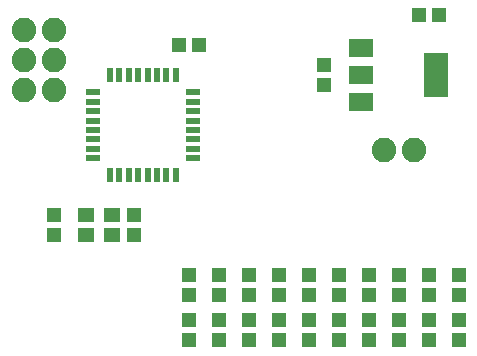
<source format=gbr>
G04 #@! TF.GenerationSoftware,KiCad,Pcbnew,5.1.2*
G04 #@! TF.CreationDate,2019-06-25T12:21:07-07:00*
G04 #@! TF.ProjectId,DC27-Cylon,44433237-2d43-4796-9c6f-6e2e6b696361,rev?*
G04 #@! TF.SameCoordinates,Original*
G04 #@! TF.FileFunction,Soldermask,Top*
G04 #@! TF.FilePolarity,Negative*
%FSLAX46Y46*%
G04 Gerber Fmt 4.6, Leading zero omitted, Abs format (unit mm)*
G04 Created by KiCad (PCBNEW 5.1.2) date 2019-06-25 12:21:07*
%MOMM*%
%LPD*%
G04 APERTURE LIST*
%ADD10C,2.082800*%
%ADD11R,1.201420X1.303020*%
%ADD12R,1.303020X1.201420*%
%ADD13R,1.201420X1.201420*%
%ADD14R,1.200000X0.500000*%
%ADD15R,0.500000X1.200000*%
%ADD16R,2.000000X3.800000*%
%ADD17R,2.000000X1.500000*%
%ADD18R,1.400000X1.200000*%
G04 APERTURE END LIST*
D10*
X60960000Y-63500000D03*
X58420000Y-63500000D03*
D11*
X30480000Y-69001640D03*
X30480000Y-70698360D03*
X53340000Y-57998360D03*
X53340000Y-56301640D03*
X37284660Y-70698360D03*
X37284660Y-69001640D03*
D12*
X42758360Y-54610000D03*
X41061640Y-54610000D03*
X61381640Y-52070000D03*
X63078360Y-52070000D03*
D13*
X64770000Y-79616300D03*
X64770000Y-77863700D03*
X62230000Y-77863700D03*
X62230000Y-79616300D03*
X59690000Y-77863700D03*
X59690000Y-79616300D03*
X57150000Y-79616300D03*
X57150000Y-77863700D03*
X54610000Y-77863700D03*
X54610000Y-79616300D03*
X52070000Y-79616300D03*
X52070000Y-77863700D03*
X49530000Y-77863700D03*
X49530000Y-79616300D03*
X46990000Y-79616300D03*
X46990000Y-77863700D03*
X44450000Y-77863700D03*
X44450000Y-79616300D03*
X41910000Y-79616300D03*
X41910000Y-77863700D03*
D10*
X30480000Y-58420000D03*
X27940000Y-58420000D03*
X30480000Y-55880000D03*
X27940000Y-55880000D03*
X30480000Y-53340000D03*
X27940000Y-53340000D03*
D11*
X64770000Y-74081640D03*
X64770000Y-75778360D03*
X62230000Y-75778360D03*
X62230000Y-74081640D03*
X59690000Y-74081640D03*
X59690000Y-75778360D03*
X57150000Y-75778360D03*
X57150000Y-74081640D03*
X54610000Y-74081640D03*
X54610000Y-75778360D03*
X52070000Y-75778360D03*
X52070000Y-74081640D03*
X49530000Y-75778360D03*
X49530000Y-74081640D03*
X46990000Y-74081640D03*
X46990000Y-75778360D03*
X44450000Y-75778360D03*
X44450000Y-74081640D03*
X41910000Y-74081640D03*
X41910000Y-75778360D03*
D14*
X33780000Y-58600000D03*
D15*
X40830000Y-57150000D03*
D14*
X42280000Y-64200000D03*
D15*
X35230000Y-65650000D03*
X36030000Y-65650000D03*
X36830000Y-65650000D03*
X37630000Y-65650000D03*
X38430000Y-65650000D03*
X39230000Y-65650000D03*
X40030000Y-65650000D03*
X40830000Y-65650000D03*
D14*
X42280000Y-63400000D03*
X42280000Y-62600000D03*
X42280000Y-61800000D03*
X42280000Y-61000000D03*
X42280000Y-60200000D03*
X42280000Y-59400000D03*
X42280000Y-58600000D03*
D15*
X40030000Y-57150000D03*
X39230000Y-57150000D03*
X38430000Y-57150000D03*
X37630000Y-57150000D03*
X36830000Y-57150000D03*
X36030000Y-57150000D03*
X35230000Y-57150000D03*
D14*
X33780000Y-59400000D03*
X33780000Y-60200000D03*
X33780000Y-61000000D03*
X33780000Y-61800000D03*
X33780000Y-62600000D03*
X33780000Y-63400000D03*
X33780000Y-64200000D03*
D16*
X62840000Y-57150000D03*
D17*
X56540000Y-57150000D03*
X56540000Y-59450000D03*
X56540000Y-54850000D03*
D18*
X33190000Y-70700000D03*
X35390000Y-70700000D03*
X35390000Y-69000000D03*
X33190000Y-69000000D03*
M02*

</source>
